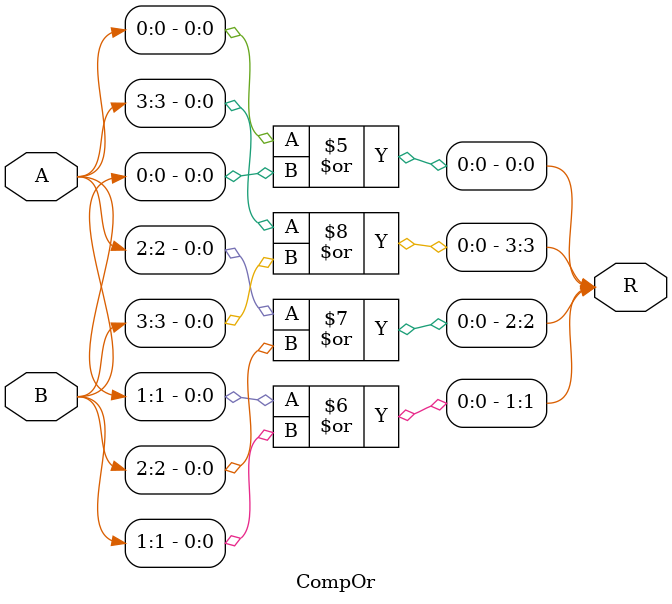
<source format=sv>
module CompOr #(parameter N = 4) (input logic [N-1:0] A, input logic [N-1:0] B, output logic [N-1:0] R);

  always @* begin
    for (int i = 0; i < N; i = i + 1) begin
      R[i] = A[i] | B[i];
    end
  end

endmodule

</source>
